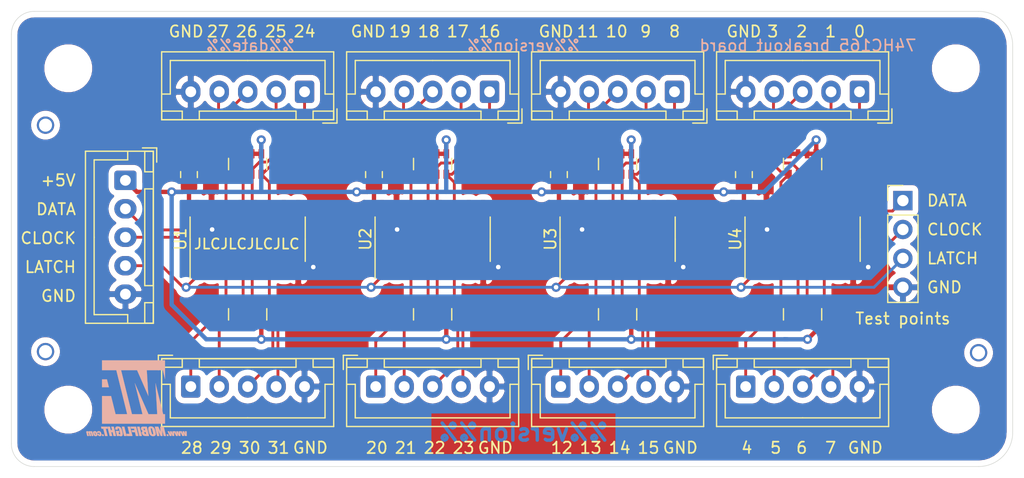
<source format=kicad_pcb>
(kicad_pcb (version 20171130) (host pcbnew "(5.1.10)-1")
  (title_block (date %%date%%) (rev %%version%%) (comment 2 neile@live.com) (comment 3 "Neil Enns") (comment 4 "74HC165 breakout board"))
  (layers (0 F.Cu signal hide) (31 B.Cu signal) (34 B.Paste user) (35 F.Paste user hide) (36 B.SilkS user) (37 F.SilkS user hide) (38 B.Mask user) (39 F.Mask user hide) (44 Edge.Cuts user))
  (net 0 "")
  (net 1 GND)
  (net 2 +5V)
  (net 3 /74HC165/A)
  (net 4 /74HC165/B)
  (net 5 /74HC165/C)
  (net 6 /74HC165/D)
  (net 7 /74HC165/H)
  (net 8 /74HC165/G)
  (net 9 /74HC165/F)
  (net 10 /74HC165/E)
  (net 11 /sheet61DDC16C/A)
  (net 12 /sheet61DDC16C/B)
  (net 13 /sheet61DDC16C/C)
  (net 14 /sheet61DDC16C/D)
  (net 15 /sheet61DDC16C/H)
  (net 16 /sheet61DDC16C/G)
  (net 17 /sheet61DDC16C/F)
  (net 18 /sheet61DDC16C/E)
  (net 19 /sheet61DDC3C2/A)
  (net 20 /sheet61DDC3C2/B)
  (net 21 /sheet61DDC3C2/C)
  (net 22 /sheet61DDC3C2/D)
  (net 23 /sheet61DDC3C2/H)
  (net 24 /sheet61DDC3C2/G)
  (net 25 /sheet61DDC3C2/F)
  (net 26 /sheet61DDC3C2/E)
  (net 27 /sheet61DDC5EC/A)
  (net 28 /sheet61DDC5EC/B)
  (net 29 /sheet61DDC5EC/C)
  (net 30 /sheet61DDC5EC/D)
  (net 31 /sheet61DDC5EC/E)
  (net 32 /sheet61DDC5EC/F)
  (net 33 /sheet61DDC5EC/G)
  (net 34 /sheet61DDC5EC/H)
  (net 35 "Net-(U1-Pad7)")
  (net 36 /74HC165/QH)
  (net 37 /sheet61DDC16C/QH)
  (net 38 "Net-(U2-Pad7)")
  (net 39 /sheet61DDC3C2/QH)
  (net 40 "Net-(U3-Pad7)")
  (net 41 "Net-(U4-Pad7)")
  (net 42 /74HC165/SER)
  (net 43 DATA)
  (net 44 CLOCK)
  (net 45 LATCH)
  (module 74HC165-breakout-board:MobiFlight_logo_BSilk (layer F.Cu) (at 50 89)
    (fp_text reference G*** hide)
    (fp_text value LOGO hide)
  )
  (module Connector_JST:JST_XH_B5B-XH-A_1x05_P2.50mm_Vertical (layer F.Cu) (at 113.534 62.066 180)
    (fp_text reference J8 hide)
    (fp_text value Conn_01x05)
    (pad 1 thru_hole roundrect (at 0 0 180) (size 1.7 1.95) (drill 0.95) (layers *.Cu *.Mask) (roundrect_rratio 0.147059) (net 27 /sheet61DDC5EC/A))
    (pad 2 thru_hole oval (at 2.5 0 180) (size 1.7 1.95) (drill 0.95) (layers *.Cu *.Mask) (net 28 /sheet61DDC5EC/B))
    (pad 3 thru_hole oval (at 5 0 180) (size 1.7 1.95) (drill 0.95) (layers *.Cu *.Mask) (net 29 /sheet61DDC5EC/C))
    (pad 4 thru_hole oval (at 7.5 0 180) (size 1.7 1.95) (drill 0.95) (layers *.Cu *.Mask) (net 30 /sheet61DDC5EC/D))
    (pad 5 thru_hole oval (at 10 0 180) (size 1.7 1.95) (drill 0.95) (layers *.Cu *.Mask) (net 1 GND))
  )
  (module Capacitor_SMD:C_0805_2012Metric (layer F.Cu) (at 103.378 69.342 90)
    (fp_text reference C4)
    (fp_text value 100nF)
    (pad 1 smd roundrect (at -0.95 0 90) (size 1 1.45) (layers F.Cu F.Paste F.Mask) (net 2 +5V))
    (pad 2 smd roundrect (at 0.95 0 90) (size 1 1.45) (layers F.Cu F.Paste F.Mask) (net 1 GND))
  )
  (module Connector_JST:JST_XH_B5B-XH-A_1x05_P2.50mm_Vertical (layer F.Cu) (at 103.534 87.974)
    (fp_text reference J9)
    (fp_text value Conn_01x05)
    (pad 5 thru_hole oval (at 10 0) (size 1.7 1.95) (drill 0.95) (layers *.Cu *.Mask) (net 1 GND))
    (pad 4 thru_hole oval (at 7.5 0) (size 1.7 1.95) (drill 0.95) (layers *.Cu *.Mask) (net 34 /sheet61DDC5EC/H))
    (pad 3 thru_hole oval (at 5 0) (size 1.7 1.95) (drill 0.95) (layers *.Cu *.Mask) (net 33 /sheet61DDC5EC/G))
    (pad 2 thru_hole oval (at 2.5 0) (size 1.7 1.95) (drill 0.95) (layers *.Cu *.Mask) (net 32 /sheet61DDC5EC/F))
    (pad 1 thru_hole roundrect (at 0 0) (size 1.7 1.95) (drill 0.95) (layers *.Cu *.Mask) (roundrect_rratio 0.147059) (net 31 /sheet61DDC5EC/E))
  )
  (module Connector_JST:JST_XH_B5B-XH-A_1x05_P2.50mm_Vertical (layer F.Cu) (at 97.278 62.066 180)
    (fp_text reference J6 hide)
    (fp_text value Conn_01x05)
    (pad 1 thru_hole roundrect (at 0 0 180) (size 1.7 1.95) (drill 0.95) (layers *.Cu *.Mask) (roundrect_rratio 0.147059) (net 19 /sheet61DDC3C2/A))
    (pad 2 thru_hole oval (at 2.5 0 180) (size 1.7 1.95) (drill 0.95) (layers *.Cu *.Mask) (net 20 /sheet61DDC3C2/B))
    (pad 3 thru_hole oval (at 5 0 180) (size 1.7 1.95) (drill 0.95) (layers *.Cu *.Mask) (net 21 /sheet61DDC3C2/C))
    (pad 4 thru_hole oval (at 7.5 0 180) (size 1.7 1.95) (drill 0.95) (layers *.Cu *.Mask) (net 22 /sheet61DDC3C2/D))
    (pad 5 thru_hole oval (at 10 0 180) (size 1.7 1.95) (drill 0.95) (layers *.Cu *.Mask) (net 1 GND))
  )
  (module Capacitor_SMD:C_0805_2012Metric (layer F.Cu) (at 87.122 69.342 90)
    (fp_text reference C3)
    (fp_text value 100nF)
    (pad 1 smd roundrect (at -0.95 0 90) (size 1 1.45) (layers F.Cu F.Paste F.Mask) (net 2 +5V))
    (pad 2 smd roundrect (at 0.95 0 90) (size 1 1.45) (layers F.Cu F.Paste F.Mask) (net 1 GND))
  )
  (module Connector_JST:JST_XH_B5B-XH-A_1x05_P2.50mm_Vertical (layer F.Cu) (at 87.278 87.974)
    (fp_text reference J7)
    (fp_text value Conn_01x05)
    (pad 5 thru_hole oval (at 10 0) (size 1.7 1.95) (drill 0.95) (layers *.Cu *.Mask) (net 1 GND))
    (pad 4 thru_hole oval (at 7.5 0) (size 1.7 1.95) (drill 0.95) (layers *.Cu *.Mask) (net 23 /sheet61DDC3C2/H))
    (pad 3 thru_hole oval (at 5 0) (size 1.7 1.95) (drill 0.95) (layers *.Cu *.Mask) (net 24 /sheet61DDC3C2/G))
    (pad 2 thru_hole oval (at 2.5 0) (size 1.7 1.95) (drill 0.95) (layers *.Cu *.Mask) (net 25 /sheet61DDC3C2/F))
    (pad 1 thru_hole roundrect (at 0 0) (size 1.7 1.95) (drill 0.95) (layers *.Cu *.Mask) (roundrect_rratio 0.147059) (net 26 /sheet61DDC3C2/E))
  )
  (module Connector_JST:JST_XH_B5B-XH-A_1x05_P2.50mm_Vertical (layer F.Cu) (at 64.766 62.066 180)
    (fp_text reference J2 hide)
    (fp_text value Conn_01x05)
    (pad 1 thru_hole roundrect (at 0 0 180) (size 1.7 1.95) (drill 0.95) (layers *.Cu *.Mask) (roundrect_rratio 0.147059) (net 3 /74HC165/A))
    (pad 2 thru_hole oval (at 2.5 0 180) (size 1.7 1.95) (drill 0.95) (layers *.Cu *.Mask) (net 4 /74HC165/B))
    (pad 3 thru_hole oval (at 5 0 180) (size 1.7 1.95) (drill 0.95) (layers *.Cu *.Mask) (net 5 /74HC165/C))
    (pad 4 thru_hole oval (at 7.5 0 180) (size 1.7 1.95) (drill 0.95) (layers *.Cu *.Mask) (net 6 /74HC165/D))
    (pad 5 thru_hole oval (at 10 0 180) (size 1.7 1.95) (drill 0.95) (layers *.Cu *.Mask) (net 1 GND))
  )
  (module Capacitor_SMD:C_0805_2012Metric (layer F.Cu) (at 54.61 69.342 90)
    (fp_text reference C1)
    (fp_text value 100nF)
    (pad 1 smd roundrect (at -0.95 0 90) (size 1 1.45) (layers F.Cu F.Paste F.Mask) (net 2 +5V))
    (pad 2 smd roundrect (at 0.95 0 90) (size 1 1.45) (layers F.Cu F.Paste F.Mask) (net 1 GND))
  )
  (module Connector_JST:JST_XH_B5B-XH-A_1x05_P2.50mm_Vertical (layer F.Cu) (at 54.766 87.974)
    (fp_text reference J3)
    (fp_text value Conn_01x05)
    (pad 5 thru_hole oval (at 10 0) (size 1.7 1.95) (drill 0.95) (layers *.Cu *.Mask) (net 1 GND))
    (pad 4 thru_hole oval (at 7.5 0) (size 1.7 1.95) (drill 0.95) (layers *.Cu *.Mask) (net 7 /74HC165/H))
    (pad 3 thru_hole oval (at 5 0) (size 1.7 1.95) (drill 0.95) (layers *.Cu *.Mask) (net 8 /74HC165/G))
    (pad 2 thru_hole oval (at 2.5 0) (size 1.7 1.95) (drill 0.95) (layers *.Cu *.Mask) (net 9 /74HC165/F))
    (pad 1 thru_hole roundrect (at 0 0) (size 1.7 1.95) (drill 0.95) (layers *.Cu *.Mask) (roundrect_rratio 0.147059) (net 10 /74HC165/E))
  )
  (module Connector_JST:JST_XH_B5B-XH-A_1x05_P2.50mm_Vertical (layer F.Cu) (at 81.022 62.066 180)
    (fp_text reference J4 hide)
    (fp_text value Conn_01x05)
    (pad 5 thru_hole oval (at 10 0 180) (size 1.7 1.95) (drill 0.95) (layers *.Cu *.Mask) (net 1 GND))
    (pad 4 thru_hole oval (at 7.5 0 180) (size 1.7 1.95) (drill 0.95) (layers *.Cu *.Mask) (net 14 /sheet61DDC16C/D))
    (pad 3 thru_hole oval (at 5 0 180) (size 1.7 1.95) (drill 0.95) (layers *.Cu *.Mask) (net 13 /sheet61DDC16C/C))
    (pad 2 thru_hole oval (at 2.5 0 180) (size 1.7 1.95) (drill 0.95) (layers *.Cu *.Mask) (net 12 /sheet61DDC16C/B))
    (pad 1 thru_hole roundrect (at 0 0 180) (size 1.7 1.95) (drill 0.95) (layers *.Cu *.Mask) (roundrect_rratio 0.147059) (net 11 /sheet61DDC16C/A))
  )
  (module Capacitor_SMD:C_0805_2012Metric (layer F.Cu) (at 70.866 69.342 90)
    (fp_text reference C2)
    (fp_text value 100nF)
    (pad 2 smd roundrect (at 0.95 0 90) (size 1 1.45) (layers F.Cu F.Paste F.Mask) (net 1 GND))
    (pad 1 smd roundrect (at -0.95 0 90) (size 1 1.45) (layers F.Cu F.Paste F.Mask) (net 2 +5V))
  )
  (module Connector_JST:JST_XH_B5B-XH-A_1x05_P2.50mm_Vertical (layer F.Cu) (at 71.022 87.974)
    (fp_text reference J5)
    (fp_text value Conn_01x05)
    (pad 1 thru_hole roundrect (at 0 0) (size 1.7 1.95) (drill 0.95) (layers *.Cu *.Mask) (roundrect_rratio 0.147059) (net 18 /sheet61DDC16C/E))
    (pad 2 thru_hole oval (at 2.5 0) (size 1.7 1.95) (drill 0.95) (layers *.Cu *.Mask) (net 17 /sheet61DDC16C/F))
    (pad 3 thru_hole oval (at 5 0) (size 1.7 1.95) (drill 0.95) (layers *.Cu *.Mask) (net 16 /sheet61DDC16C/G))
    (pad 4 thru_hole oval (at 7.5 0) (size 1.7 1.95) (drill 0.95) (layers *.Cu *.Mask) (net 15 /sheet61DDC16C/H))
    (pad 5 thru_hole oval (at 10 0) (size 1.7 1.95) (drill 0.95) (layers *.Cu *.Mask) (net 1 GND))
  )
  (module MountingHole:MountingHole_3.2mm_M3 (layer F.Cu) (at 44 60)
    (fp_text reference H1)
    (fp_text value MountingHole)
    (pad 1 np_thru_hole circle (at 0 0) (size 3.2 3.2) (drill 3.2) (layers *.Cu *.Mask))
  )
  (module MountingHole:MountingHole_3.2mm_M3 (layer F.Cu) (at 44 90)
    (fp_text reference H2)
    (fp_text value MountingHole)
    (pad 1 np_thru_hole circle (at 0 0) (size 3.2 3.2) (drill 3.2) (layers *.Cu *.Mask))
  )
  (module MountingHole:MountingHole_3.2mm_M3 (layer F.Cu) (at 122 60)
    (fp_text reference H3)
    (fp_text value MountingHole)
    (pad 1 np_thru_hole circle (at 0 0) (size 3.2 3.2) (drill 3.2) (layers *.Cu *.Mask))
  )
  (module MountingHole:MountingHole_3.2mm_M3 (layer F.Cu) (at 122 90)
    (fp_text reference H4)
    (fp_text value MountingHole)
    (pad 1 np_thru_hole circle (at 0 0) (size 3.2 3.2) (drill 3.2) (layers *.Cu *.Mask))
  )
  (module Connector_JST:JST_XH_B5B-XH-A_1x05_P2.50mm_Vertical (layer F.Cu) (at 49.022 69.85 270)
    (fp_text reference J1 hide)
    (fp_text value Conn_01x05)
    (pad 1 thru_hole roundrect (at 0 0 270) (size 1.7 1.95) (drill 0.95) (layers *.Cu *.Mask) (roundrect_rratio 0.147059) (net 2 +5V))
    (pad 2 thru_hole oval (at 2.5 0 270) (size 1.7 1.95) (drill 0.95) (layers *.Cu *.Mask) (net 43 DATA))
    (pad 3 thru_hole oval (at 5 0 270) (size 1.7 1.95) (drill 0.95) (layers *.Cu *.Mask) (net 44 CLOCK))
    (pad 4 thru_hole oval (at 7.5 0 270) (size 1.7 1.95) (drill 0.95) (layers *.Cu *.Mask) (net 45 LATCH))
    (pad 5 thru_hole oval (at 10 0 270) (size 1.7 1.95) (drill 0.95) (layers *.Cu *.Mask) (net 1 GND))
  )
  (module Package_SO:SOIC-16_3.9x9.9mm_P1.27mm (layer F.Cu) (at 59.766 75.02 90)
    (fp_text reference U1 (at 0 -5.9 90) (layer F.SilkS))
    (fp_text value 74HC165)
    (pad 16 smd roundrect (at 2.475 -4.445 90) (size 1.95 0.6) (layers F.Cu F.Paste F.Mask) (net 2 +5V))
    (pad 15 smd roundrect (at 2.475 -3.175 90) (size 1.95 0.6) (layers F.Cu F.Paste F.Mask) (net 1 GND))
    (pad 14 smd roundrect (at 2.475 -1.905 90) (size 1.95 0.6) (layers F.Cu F.Paste F.Mask) (net 6 /74HC165/D))
    (pad 13 smd roundrect (at 2.475 -0.635 90) (size 1.95 0.6) (layers F.Cu F.Paste F.Mask) (net 5 /74HC165/C))
    (pad 12 smd roundrect (at 2.475 0.635 90) (size 1.95 0.6) (layers F.Cu F.Paste F.Mask) (net 4 /74HC165/B))
    (pad 11 smd roundrect (at 2.475 1.905 90) (size 1.95 0.6) (layers F.Cu F.Paste F.Mask) (net 3 /74HC165/A))
    (pad 10 smd roundrect (at 2.475 3.175 90) (size 1.95 0.6) (layers F.Cu F.Paste F.Mask) (net 42 /74HC165/SER))
    (pad 9 smd roundrect (at 2.475 4.445 90) (size 1.95 0.6) (layers F.Cu F.Paste F.Mask) (net 36 /74HC165/QH))
    (pad 8 smd roundrect (at -2.475 4.445 90) (size 1.95 0.6) (layers F.Cu F.Paste F.Mask) (net 1 GND))
    (pad 7 smd roundrect (at -2.475 3.175 90) (size 1.95 0.6) (layers F.Cu F.Paste F.Mask) (net 35 "Net-(U1-Pad7)"))
    (pad 6 smd roundrect (at -2.475 1.905 90) (size 1.95 0.6) (layers F.Cu F.Paste F.Mask) (net 7 /74HC165/H))
    (pad 5 smd roundrect (at -2.475 0.635 90) (size 1.95 0.6) (layers F.Cu F.Paste F.Mask) (net 8 /74HC165/G))
    (pad 4 smd roundrect (at -2.475 -0.635 90) (size 1.95 0.6) (layers F.Cu F.Paste F.Mask) (net 9 /74HC165/F))
    (pad 3 smd roundrect (at -2.475 -1.905 90) (size 1.95 0.6) (layers F.Cu F.Paste F.Mask) (net 10 /74HC165/E))
    (pad 2 smd roundrect (at -2.475 -3.175 90) (size 1.95 0.6) (layers F.Cu F.Paste F.Mask) (net 44 CLOCK))
    (pad 1 smd roundrect (at -2.475 -4.445 90) (size 1.95 0.6) (layers F.Cu F.Paste F.Mask) (net 45 LATCH))
  )
  (module Package_SO:SOIC-16_3.9x9.9mm_P1.27mm (layer F.Cu) (at 76.022 75.02 90)
    (fp_text reference U2 (at 0 -5.9 90) (layer F.SilkS))
    (fp_text value 74HC165)
    (pad 16 smd roundrect (at 2.475 -4.445 90) (size 1.95 0.6) (layers F.Cu F.Paste F.Mask) (net 2 +5V))
    (pad 15 smd roundrect (at 2.475 -3.175 90) (size 1.95 0.6) (layers F.Cu F.Paste F.Mask) (net 1 GND))
    (pad 14 smd roundrect (at 2.475 -1.905 90) (size 1.95 0.6) (layers F.Cu F.Paste F.Mask) (net 14 /sheet61DDC16C/D))
    (pad 13 smd roundrect (at 2.475 -0.635 90) (size 1.95 0.6) (layers F.Cu F.Paste F.Mask) (net 13 /sheet61DDC16C/C))
    (pad 12 smd roundrect (at 2.475 0.635 90) (size 1.95 0.6) (layers F.Cu F.Paste F.Mask) (net 12 /sheet61DDC16C/B))
    (pad 11 smd roundrect (at 2.475 1.905 90) (size 1.95 0.6) (layers F.Cu F.Paste F.Mask) (net 11 /sheet61DDC16C/A))
    (pad 10 smd roundrect (at 2.475 3.175 90) (size 1.95 0.6) (layers F.Cu F.Paste F.Mask) (net 36 /74HC165/QH))
    (pad 9 smd roundrect (at 2.475 4.445 90) (size 1.95 0.6) (layers F.Cu F.Paste F.Mask) (net 37 /sheet61DDC16C/QH))
    (pad 8 smd roundrect (at -2.475 4.445 90) (size 1.95 0.6) (layers F.Cu F.Paste F.Mask) (net 1 GND))
    (pad 7 smd roundrect (at -2.475 3.175 90) (size 1.95 0.6) (layers F.Cu F.Paste F.Mask) (net 38 "Net-(U2-Pad7)"))
    (pad 6 smd roundrect (at -2.475 1.905 90) (size 1.95 0.6) (layers F.Cu F.Paste F.Mask) (net 15 /sheet61DDC16C/H))
    (pad 5 smd roundrect (at -2.475 0.635 90) (size 1.95 0.6) (layers F.Cu F.Paste F.Mask) (net 16 /sheet61DDC16C/G))
    (pad 4 smd roundrect (at -2.475 -0.635 90) (size 1.95 0.6) (layers F.Cu F.Paste F.Mask) (net 17 /sheet61DDC16C/F))
    (pad 3 smd roundrect (at -2.475 -1.905 90) (size 1.95 0.6) (layers F.Cu F.Paste F.Mask) (net 18 /sheet61DDC16C/E))
    (pad 2 smd roundrect (at -2.475 -3.175 90) (size 1.95 0.6) (layers F.Cu F.Paste F.Mask) (net 44 CLOCK))
    (pad 1 smd roundrect (at -2.475 -4.445 90) (size 1.95 0.6) (layers F.Cu F.Paste F.Mask) (net 45 LATCH))
  )
  (module Package_SO:SOIC-16_3.9x9.9mm_P1.27mm (layer F.Cu) (at 92.278 75.02 90)
    (fp_text reference U3 (at 0 -5.9 90) (layer F.SilkS))
    (fp_text value 74HC165)
    (pad 1 smd roundrect (at -2.475 -4.445 90) (size 1.95 0.6) (layers F.Cu F.Paste F.Mask) (net 45 LATCH))
    (pad 2 smd roundrect (at -2.475 -3.175 90) (size 1.95 0.6) (layers F.Cu F.Paste F.Mask) (net 44 CLOCK))
    (pad 3 smd roundrect (at -2.475 -1.905 90) (size 1.95 0.6) (layers F.Cu F.Paste F.Mask) (net 26 /sheet61DDC3C2/E))
    (pad 4 smd roundrect (at -2.475 -0.635 90) (size 1.95 0.6) (layers F.Cu F.Paste F.Mask) (net 25 /sheet61DDC3C2/F))
    (pad 5 smd roundrect (at -2.475 0.635 90) (size 1.95 0.6) (layers F.Cu F.Paste F.Mask) (net 24 /sheet61DDC3C2/G))
    (pad 6 smd roundrect (at -2.475 1.905 90) (size 1.95 0.6) (layers F.Cu F.Paste F.Mask) (net 23 /sheet61DDC3C2/H))
    (pad 7 smd roundrect (at -2.475 3.175 90) (size 1.95 0.6) (layers F.Cu F.Paste F.Mask) (net 40 "Net-(U3-Pad7)"))
    (pad 8 smd roundrect (at -2.475 4.445 90) (size 1.95 0.6) (layers F.Cu F.Paste F.Mask) (net 1 GND))
    (pad 9 smd roundrect (at 2.475 4.445 90) (size 1.95 0.6) (layers F.Cu F.Paste F.Mask) (net 39 /sheet61DDC3C2/QH))
    (pad 10 smd roundrect (at 2.475 3.175 90) (size 1.95 0.6) (layers F.Cu F.Paste F.Mask) (net 37 /sheet61DDC16C/QH))
    (pad 11 smd roundrect (at 2.475 1.905 90) (size 1.95 0.6) (layers F.Cu F.Paste F.Mask) (net 19 /sheet61DDC3C2/A))
    (pad 12 smd roundrect (at 2.475 0.635 90) (size 1.95 0.6) (layers F.Cu F.Paste F.Mask) (net 20 /sheet61DDC3C2/B))
    (pad 13 smd roundrect (at 2.475 -0.635 90) (size 1.95 0.6) (layers F.Cu F.Paste F.Mask) (net 21 /sheet61DDC3C2/C))
    (pad 14 smd roundrect (at 2.475 -1.905 90) (size 1.95 0.6) (layers F.Cu F.Paste F.Mask) (net 22 /sheet61DDC3C2/D))
    (pad 15 smd roundrect (at 2.475 -3.175 90) (size 1.95 0.6) (layers F.Cu F.Paste F.Mask) (net 1 GND))
    (pad 16 smd roundrect (at 2.475 -4.445 90) (size 1.95 0.6) (layers F.Cu F.Paste F.Mask) (net 2 +5V))
  )
  (module Package_SO:SOIC-16_3.9x9.9mm_P1.27mm (layer F.Cu) (at 108.534 75.02 90)
    (fp_text reference U4 (at 0 -5.9 90) (layer F.SilkS))
    (fp_text value 74HC165)
    (pad 1 smd roundrect (at -2.475 -4.445 90) (size 1.95 0.6) (layers F.Cu F.Paste F.Mask) (net 45 LATCH))
    (pad 2 smd roundrect (at -2.475 -3.175 90) (size 1.95 0.6) (layers F.Cu F.Paste F.Mask) (net 44 CLOCK))
    (pad 3 smd roundrect (at -2.475 -1.905 90) (size 1.95 0.6) (layers F.Cu F.Paste F.Mask) (net 31 /sheet61DDC5EC/E))
    (pad 4 smd roundrect (at -2.475 -0.635 90) (size 1.95 0.6) (layers F.Cu F.Paste F.Mask) (net 32 /sheet61DDC5EC/F))
    (pad 5 smd roundrect (at -2.475 0.635 90) (size 1.95 0.6) (layers F.Cu F.Paste F.Mask) (net 33 /sheet61DDC5EC/G))
    (pad 6 smd roundrect (at -2.475 1.905 90) (size 1.95 0.6) (layers F.Cu F.Paste F.Mask) (net 34 /sheet61DDC5EC/H))
    (pad 7 smd roundrect (at -2.475 3.175 90) (size 1.95 0.6) (layers F.Cu F.Paste F.Mask) (net 41 "Net-(U4-Pad7)"))
    (pad 8 smd roundrect (at -2.475 4.445 90) (size 1.95 0.6) (layers F.Cu F.Paste F.Mask) (net 1 GND))
    (pad 9 smd roundrect (at 2.475 4.445 90) (size 1.95 0.6) (layers F.Cu F.Paste F.Mask) (net 43 DATA))
    (pad 10 smd roundrect (at 2.475 3.175 90) (size 1.95 0.6) (layers F.Cu F.Paste F.Mask) (net 39 /sheet61DDC3C2/QH))
    (pad 11 smd roundrect (at 2.475 1.905 90) (size 1.95 0.6) (layers F.Cu F.Paste F.Mask) (net 27 /sheet61DDC5EC/A))
    (pad 12 smd roundrect (at 2.475 0.635 90) (size 1.95 0.6) (layers F.Cu F.Paste F.Mask) (net 28 /sheet61DDC5EC/B))
    (pad 13 smd roundrect (at 2.475 -0.635 90) (size 1.95 0.6) (layers F.Cu F.Paste F.Mask) (net 29 /sheet61DDC5EC/C))
    (pad 14 smd roundrect (at 2.475 -1.905 90) (size 1.95 0.6) (layers F.Cu F.Paste F.Mask) (net 30 /sheet61DDC5EC/D))
    (pad 15 smd roundrect (at 2.475 -3.175 90) (size 1.95 0.6) (layers F.Cu F.Paste F.Mask) (net 1 GND))
    (pad 16 smd roundrect (at 2.475 -4.445 90) (size 1.95 0.6) (layers F.Cu F.Paste F.Mask) (net 2 +5V))
  )
  (module Resistor_SMD:R_Array_Convex_4x0603 (layer F.Cu) (at 59.766 68.416 270)
    (fp_text reference RN1)
    (fp_text value R_Pack04)
    (pad 1 smd rect (at -0.9 -1.2 270) (size 0.8 0.5) (layers F.Cu F.Paste F.Mask) (net 2 +5V))
    (pad 3 smd rect (at -0.9 0.4 270) (size 0.8 0.4) (layers F.Cu F.Paste F.Mask) (net 2 +5V))
    (pad 2 smd rect (at -0.9 -0.4 270) (size 0.8 0.4) (layers F.Cu F.Paste F.Mask) (net 2 +5V))
    (pad 4 smd rect (at -0.9 1.2 270) (size 0.8 0.5) (layers F.Cu F.Paste F.Mask) (net 2 +5V))
    (pad 7 smd rect (at 0.9 -0.4 270) (size 0.8 0.4) (layers F.Cu F.Paste F.Mask) (net 4 /74HC165/B))
    (pad 8 smd rect (at 0.9 -1.2 270) (size 0.8 0.5) (layers F.Cu F.Paste F.Mask) (net 3 /74HC165/A))
    (pad 6 smd rect (at 0.9 0.4 270) (size 0.8 0.4) (layers F.Cu F.Paste F.Mask) (net 5 /74HC165/C))
    (pad 5 smd rect (at 0.9 1.2 270) (size 0.8 0.5) (layers F.Cu F.Paste F.Mask) (net 6 /74HC165/D))
  )
  (module Resistor_SMD:R_Array_Convex_4x0603 (layer F.Cu) (at 59.766 81.624 90)
    (fp_text reference RN2)
    (fp_text value R_Pack04)
    (pad 5 smd rect (at 0.9 1.2 90) (size 0.8 0.5) (layers F.Cu F.Paste F.Mask) (net 7 /74HC165/H))
    (pad 6 smd rect (at 0.9 0.4 90) (size 0.8 0.4) (layers F.Cu F.Paste F.Mask) (net 8 /74HC165/G))
    (pad 8 smd rect (at 0.9 -1.2 90) (size 0.8 0.5) (layers F.Cu F.Paste F.Mask) (net 10 /74HC165/E))
    (pad 7 smd rect (at 0.9 -0.4 90) (size 0.8 0.4) (layers F.Cu F.Paste F.Mask) (net 9 /74HC165/F))
    (pad 4 smd rect (at -0.9 1.2 90) (size 0.8 0.5) (layers F.Cu F.Paste F.Mask) (net 2 +5V))
    (pad 2 smd rect (at -0.9 -0.4 90) (size 0.8 0.4) (layers F.Cu F.Paste F.Mask) (net 2 +5V))
    (pad 3 smd rect (at -0.9 0.4 90) (size 0.8 0.4) (layers F.Cu F.Paste F.Mask) (net 2 +5V))
    (pad 1 smd rect (at -0.9 -1.2 90) (size 0.8 0.5) (layers F.Cu F.Paste F.Mask) (net 2 +5V))
  )
  (module Resistor_SMD:R_Array_Convex_4x0603 (layer F.Cu) (at 76.022 68.416 270)
    (fp_text reference RN3)
    (fp_text value R_Pack04)
    (pad 5 smd rect (at 0.9 1.2 270) (size 0.8 0.5) (layers F.Cu F.Paste F.Mask) (net 14 /sheet61DDC16C/D))
    (pad 6 smd rect (at 0.9 0.4 270) (size 0.8 0.4) (layers F.Cu F.Paste F.Mask) (net 13 /sheet61DDC16C/C))
    (pad 8 smd rect (at 0.9 -1.2 270) (size 0.8 0.5) (layers F.Cu F.Paste F.Mask) (net 11 /sheet61DDC16C/A))
    (pad 7 smd rect (at 0.9 -0.4 270) (size 0.8 0.4) (layers F.Cu F.Paste F.Mask) (net 12 /sheet61DDC16C/B))
    (pad 4 smd rect (at -0.9 1.2 270) (size 0.8 0.5) (layers F.Cu F.Paste F.Mask) (net 2 +5V))
    (pad 2 smd rect (at -0.9 -0.4 270) (size 0.8 0.4) (layers F.Cu F.Paste F.Mask) (net 2 +5V))
    (pad 3 smd rect (at -0.9 0.4 270) (size 0.8 0.4) (layers F.Cu F.Paste F.Mask) (net 2 +5V))
    (pad 1 smd rect (at -0.9 -1.2 270) (size 0.8 0.5) (layers F.Cu F.Paste F.Mask) (net 2 +5V))
  )
  (module Resistor_SMD:R_Array_Convex_4x0603 (layer F.Cu) (at 76.022 81.624 90)
    (fp_text reference RN4)
    (fp_text value R_Pack04)
    (pad 1 smd rect (at -0.9 -1.2 90) (size 0.8 0.5) (layers F.Cu F.Paste F.Mask) (net 2 +5V))
    (pad 3 smd rect (at -0.9 0.4 90) (size 0.8 0.4) (layers F.Cu F.Paste F.Mask) (net 2 +5V))
    (pad 2 smd rect (at -0.9 -0.4 90) (size 0.8 0.4) (layers F.Cu F.Paste F.Mask) (net 2 +5V))
    (pad 4 smd rect (at -0.9 1.2 90) (size 0.8 0.5) (layers F.Cu F.Paste F.Mask) (net 2 +5V))
    (pad 7 smd rect (at 0.9 -0.4 90) (size 0.8 0.4) (layers F.Cu F.Paste F.Mask) (net 17 /sheet61DDC16C/F))
    (pad 8 smd rect (at 0.9 -1.2 90) (size 0.8 0.5) (layers F.Cu F.Paste F.Mask) (net 18 /sheet61DDC16C/E))
    (pad 6 smd rect (at 0.9 0.4 90) (size 0.8 0.4) (layers F.Cu F.Paste F.Mask) (net 16 /sheet61DDC16C/G))
    (pad 5 smd rect (at 0.9 1.2 90) (size 0.8 0.5) (layers F.Cu F.Paste F.Mask) (net 15 /sheet61DDC16C/H))
  )
  (module Resistor_SMD:R_Array_Convex_4x0603 (layer F.Cu) (at 92.278 68.416 270)
    (fp_text reference RN5)
    (fp_text value R_Pack04)
    (pad 5 smd rect (at 0.9 1.2 270) (size 0.8 0.5) (layers F.Cu F.Paste F.Mask) (net 22 /sheet61DDC3C2/D))
    (pad 6 smd rect (at 0.9 0.4 270) (size 0.8 0.4) (layers F.Cu F.Paste F.Mask) (net 21 /sheet61DDC3C2/C))
    (pad 8 smd rect (at 0.9 -1.2 270) (size 0.8 0.5) (layers F.Cu F.Paste F.Mask) (net 19 /sheet61DDC3C2/A))
    (pad 7 smd rect (at 0.9 -0.4 270) (size 0.8 0.4) (layers F.Cu F.Paste F.Mask) (net 20 /sheet61DDC3C2/B))
    (pad 4 smd rect (at -0.9 1.2 270) (size 0.8 0.5) (layers F.Cu F.Paste F.Mask) (net 2 +5V))
    (pad 2 smd rect (at -0.9 -0.4 270) (size 0.8 0.4) (layers F.Cu F.Paste F.Mask) (net 2 +5V))
    (pad 3 smd rect (at -0.9 0.4 270) (size 0.8 0.4) (layers F.Cu F.Paste F.Mask) (net 2 +5V))
    (pad 1 smd rect (at -0.9 -1.2 270) (size 0.8 0.5) (layers F.Cu F.Paste F.Mask) (net 2 +5V))
  )
  (module Resistor_SMD:R_Array_Convex_4x0603 (layer F.Cu) (at 92.278 81.624 90)
    (fp_text reference RN6)
    (fp_text value R_Pack04)
    (pad 1 smd rect (at -0.9 -1.2 90) (size 0.8 0.5) (layers F.Cu F.Paste F.Mask) (net 2 +5V))
    (pad 3 smd rect (at -0.9 0.4 90) (size 0.8 0.4) (layers F.Cu F.Paste F.Mask) (net 2 +5V))
    (pad 2 smd rect (at -0.9 -0.4 90) (size 0.8 0.4) (layers F.Cu F.Paste F.Mask) (net 2 +5V))
    (pad 4 smd rect (at -0.9 1.2 90) (size 0.8 0.5) (layers F.Cu F.Paste F.Mask) (net 2 +5V))
    (pad 7 smd rect (at 0.9 -0.4 90) (size 0.8 0.4) (layers F.Cu F.Paste F.Mask) (net 25 /sheet61DDC3C2/F))
    (pad 8 smd rect (at 0.9 -1.2 90) (size 0.8 0.5) (layers F.Cu F.Paste F.Mask) (net 26 /sheet61DDC3C2/E))
    (pad 6 smd rect (at 0.9 0.4 90) (size 0.8 0.4) (layers F.Cu F.Paste F.Mask) (net 24 /sheet61DDC3C2/G))
    (pad 5 smd rect (at 0.9 1.2 90) (size 0.8 0.5) (layers F.Cu F.Paste F.Mask) (net 23 /sheet61DDC3C2/H))
  )
  (module Resistor_SMD:R_Array_Convex_4x0603 (layer F.Cu) (at 108.534 68.416 270)
    (fp_text reference RN7)
    (fp_text value R_Pack04)
    (pad 5 smd rect (at 0.9 1.2 270) (size 0.8 0.5) (layers F.Cu F.Paste F.Mask) (net 30 /sheet61DDC5EC/D))
    (pad 6 smd rect (at 0.9 0.4 270) (size 0.8 0.4) (layers F.Cu F.Paste F.Mask) (net 29 /sheet61DDC5EC/C))
    (pad 8 smd rect (at 0.9 -1.2 270) (size 0.8 0.5) (layers F.Cu F.Paste F.Mask) (net 27 /sheet61DDC5EC/A))
    (pad 7 smd rect (at 0.9 -0.4 270) (size 0.8 0.4) (layers F.Cu F.Paste F.Mask) (net 28 /sheet61DDC5EC/B))
    (pad 4 smd rect (at -0.9 1.2 270) (size 0.8 0.5) (layers F.Cu F.Paste F.Mask) (net 2 +5V))
    (pad 2 smd rect (at -0.9 -0.4 270) (size 0.8 0.4) (layers F.Cu F.Paste F.Mask) (net 2 +5V))
    (pad 3 smd rect (at -0.9 0.4 270) (size 0.8 0.4) (layers F.Cu F.Paste F.Mask) (net 2 +5V))
    (pad 1 smd rect (at -0.9 -1.2 270) (size 0.8 0.5) (layers F.Cu F.Paste F.Mask) (net 2 +5V))
  )
  (module Resistor_SMD:R_Array_Convex_4x0603 (layer F.Cu) (at 108.534 81.624 90)
    (fp_text reference RN8)
    (fp_text value R_Pack04)
    (pad 1 smd rect (at -0.9 -1.2 90) (size 0.8 0.5) (layers F.Cu F.Paste F.Mask) (net 2 +5V))
    (pad 3 smd rect (at -0.9 0.4 90) (size 0.8 0.4) (layers F.Cu F.Paste F.Mask) (net 2 +5V))
    (pad 2 smd rect (at -0.9 -0.4 90) (size 0.8 0.4) (layers F.Cu F.Paste F.Mask) (net 2 +5V))
    (pad 4 smd rect (at -0.9 1.2 90) (size 0.8 0.5) (layers F.Cu F.Paste F.Mask) (net 2 +5V))
    (pad 7 smd rect (at 0.9 -0.4 90) (size 0.8 0.4) (layers F.Cu F.Paste F.Mask) (net 32 /sheet61DDC5EC/F))
    (pad 8 smd rect (at 0.9 -1.2 90) (size 0.8 0.5) (layers F.Cu F.Paste F.Mask) (net 31 /sheet61DDC5EC/E))
    (pad 6 smd rect (at 0.9 0.4 90) (size 0.8 0.4) (layers F.Cu F.Paste F.Mask) (net 33 /sheet61DDC5EC/G))
    (pad 5 smd rect (at 0.9 1.2 90) (size 0.8 0.5) (layers F.Cu F.Paste F.Mask) (net 34 /sheet61DDC5EC/H))
  )
  (module 74HC165-breakout-board:JLCPCB_Tooling_Hole (layer F.Cu) (at 42 65.1)
    (fp_text reference H5 hide)
    (fp_text value MountingHole)
    (pad "" np_thru_hole circle (at 0 -0.1) (size 1.524 1.524) (drill 1.152) (layers *.Cu *.Mask))
  )
  (module 74HC165-breakout-board:JLCPCB_Tooling_Hole (layer F.Cu) (at 42 85)
    (fp_text reference H6 hide)
    (fp_text value MountingHole)
    (pad "" np_thru_hole circle (at 0 -0.1) (size 1.524 1.524) (drill 1.152) (layers *.Cu *.Mask))
  )
  (module 74HC165-breakout-board:JLCPCB_Tooling_Hole (layer F.Cu) (at 124 85.1)
    (fp_text reference H7)
    (fp_text value MountingHole)
    (pad "" np_thru_hole circle (at 0 -0.1) (size 1.524 1.524) (drill 1.152) (layers *.Cu *.Mask))
  )
  (module Connector_PinHeader_2.54mm:PinHeader_1x04_P2.54mm_Vertical (layer F.Cu) (at 117.348 71.628)
    (fp_text reference J10 hide)
    (fp_text value Conn_01x04)
    (pad 1 thru_hole rect (at 0 0) (size 1.7 1.7) (drill 1) (layers *.Cu *.Mask) (net 43 DATA))
    (pad 2 thru_hole oval (at 0 2.54) (size 1.7 1.7) (drill 1) (layers *.Cu *.Mask) (net 44 CLOCK))
    (pad 3 thru_hole oval (at 0 5.08) (size 1.7 1.7) (drill 1) (layers *.Cu *.Mask) (net 45 LATCH))
    (pad 4 thru_hole oval (at 0 7.62) (size 1.7 1.7) (drill 1) (layers *.Cu *.Mask) (net 1 GND))
  )
  (gr_text %%version%% (at 84 92) (layer B.Cu) (effects (font (size 1.5 1.5) (thickness 0.3)) (justify mirror)))
  (gr_text %%date%% (at 60 58) (layer B.SilkS) (effects (font (size 1 1)) (justify mirror)))
  (gr_text %%version%% (at 84 58) (layer B.SilkS) (effects (font (size 1 1)) (justify mirror)))
  (gr_text "74HC165 breakout board" (at 109 58) (layer B.SilkS) (effects (font (size 1 1)) (justify mirror)))
  (gr_text GND (at 119.38 79.248) (layer F.SilkS) (effects (font (size 1 1)) (justify left)))
  (gr_text LATCH (at 119.38 76.708) (layer F.SilkS) (effects (font (size 1 1)) (justify left)))
  (gr_text CLOCK (at 119.38 74.168) (layer F.SilkS) (effects (font (size 1 1)) (justify left)))
  (gr_text DATA (at 119.38 71.628) (layer F.SilkS) (effects (font (size 1 1)) (justify left)))
  (gr_text "Test points" (at 117.348 82) (layer F.SilkS) (effects (font (size 1 1))))
  (gr_text JLCJLCJLCJLC (at 59.69 75.438) (layer F.SilkS) (effects (font (size 0.9 0.9))))
  (gr_text GND (at 114.046 93.346) (layer F.SilkS) (effects (font (size 1 1))))
  (gr_text GND (at 97.79 93.346) (layer F.SilkS) (effects (font (size 1 1))))
  (gr_text GND (at 81.534 93.346) (layer F.SilkS) (effects (font (size 1 1))))
  (gr_text GND (at 65.278 93.346) (layer F.SilkS) (effects (font (size 1 1))))
  (gr_text GND (at 103.378 56.77) (layer F.SilkS) (effects (font (size 1 1))))
  (gr_text GND (at 86.868 56.77) (layer F.SilkS) (effects (font (size 1 1))))
  (gr_text GND (at 70.358 56.77) (layer F.SilkS) (effects (font (size 1 1))))
  (gr_text GND (at 54.356 56.77) (layer F.SilkS) (effects (font (size 1 1))))
  (gr_line (start 41 95) (end 124 95) (layer Edge.Cuts) (width 0.05))
  (gr_line (start 41 55) (end 124 55) (layer Edge.Cuts) (width 0.05))
  (gr_line (start 39 93) (end 39 57) (layer Edge.Cuts) (width 0.05))
  (gr_line (start 127 58) (end 127 92) (layer Edge.Cuts) (width 0.05))
  (gr_text DATA (at 42.926 72.39) (layer F.SilkS) (effects (font (size 1 1))))
  (gr_text GND (at 43.140285 80.01) (layer F.SilkS) (effects (font (size 1 1))))
  (gr_text LATCH (at 42.426 77.47) (layer F.SilkS) (effects (font (size 1 1))))
  (gr_text CLOCK (at 42.235523 74.93) (layer F.SilkS) (effects (font (size 1 1))))
  (gr_text +5V (at 44.739095 69.85) (layer F.SilkS) (effects (font (size 1 1)) (justify right)))
  (gr_text 31 (at 62.484 93.36) (layer F.SilkS) (effects (font (size 1 1))))
  (gr_text 30 (at 59.944 93.36) (layer F.SilkS) (effects (font (size 1 1))))
  (gr_text 29 (at 57.404 93.36) (layer F.SilkS) (effects (font (size 1 1))))
  (gr_text 28 (at 54.864 93.36) (layer F.SilkS) (effects (font (size 1 1))))
  (gr_text 27 (at 57.15 56.77) (layer F.SilkS) (effects (font (size 1 1))))
  (gr_text 26 (at 59.69 56.77) (layer F.SilkS) (effects (font (size 1 1))))
  (gr_text 25 (at 62.23 56.77) (layer F.SilkS) (effects (font (size 1 1))))
  (gr_text 24 (at 64.77 56.77) (layer F.SilkS) (effects (font (size 1 1))))
  (gr_text 23 (at 78.74 93.36) (layer F.SilkS) (effects (font (size 1 1))))
  (gr_text 22 (at 76.2 93.36) (layer F.SilkS) (effects (font (size 1 1))))
  (gr_text 21 (at 73.66 93.36) (layer F.SilkS) (effects (font (size 1 1))))
  (gr_text 20 (at 71.12 93.36) (layer F.SilkS) (effects (font (size 1 1))))
  (gr_text 19 (at 73.152 56.77) (layer F.SilkS) (effects (font (size 1 1))))
  (gr_text 18 (at 75.692 56.77) (layer F.SilkS) (effects (font (size 1 1))))
  (gr_text 17 (at 78.232 56.77) (layer F.SilkS) (effects (font (size 1 1))))
  (gr_text 16 (at 81.026 56.77) (layer F.SilkS) (effects (font (size 1 1))))
  (gr_text 15 (at 94.996 93.36) (layer F.SilkS) (effects (font (size 1 1))))
  (gr_text 14 (at 92.456 93.36) (layer F.SilkS) (effects (font (size 1 1))))
  (gr_text 13 (at 89.916 93.36) (layer F.SilkS) (effects (font (size 1 1))))
  (gr_text 12 (at 87.376 93.36) (layer F.SilkS) (effects (font (size 1 1))))
  (gr_text 11 (at 89.662 56.77) (layer F.SilkS) (effects (font (size 1 1))))
  (gr_text 10 (at 92.202 56.77) (layer F.SilkS) (effects (font (size 1 1))))
  (gr_text 9 (at 94.742 56.77) (layer F.SilkS) (effects (font (size 1 1))))
  (gr_text 8 (at 97.282 56.77) (layer F.SilkS) (effects (font (size 1 1))))
  (gr_text 7 (at 110.998 93.36) (layer F.SilkS) (effects (font (size 1 1))))
  (gr_text 6 (at 108.458 93.36) (layer F.SilkS) (effects (font (size 1 1))))
  (gr_text 5 (at 106.172 93.36) (layer F.SilkS) (effects (font (size 1 1))))
  (gr_text 4 (at 103.632 93.36) (layer F.SilkS) (effects (font (size 1 1))))
  (gr_text 3 (at 105.918 56.77) (layer F.SilkS) (effects (font (size 1 1))))
  (gr_text 2 (at 108.458 56.77) (layer F.SilkS) (effects (font (size 1 1))))
  (gr_text 1 (at 110.998 56.77) (layer F.SilkS) (effects (font (size 1 1))))
  (gr_text 0 (at 113.538 56.77) (layer F.SilkS) (effects (font (size 1 1))))
  (gr_arc (start 124 58) (end 127 58) (angle -90) (layer Edge.Cuts) (width 0.05))
  (gr_arc (start 124 92) (end 124 95) (angle -90) (layer Edge.Cuts) (width 0.05))
  (gr_arc (start 41 93) (end 39 93) (angle -90) (layer Edge.Cuts) (width 0.05))
  (gr_arc (start 41 57) (end 41 55) (angle -90) (layer Edge.Cuts) (width 0.05))
  (via (at 72.898 74.168) (size 0.8) (drill 0.4) (layers F.Cu B.Cu) (net 1))
  (segment (start 72.847 74.117) (end 72.898 74.168) (width 0.381) (layer F.Cu) (net 1))
  (segment (start 72.847 72.545) (end 72.847 74.117) (width 0.381) (layer F.Cu) (net 1))
  (via (at 56.642 74.168) (size 0.8) (drill 0.4) (layers F.Cu B.Cu) (net 1))
  (segment (start 56.591 74.117) (end 56.642 74.168) (width 0.381) (layer F.Cu) (net 1))
  (segment (start 56.591 72.545) (end 56.591 74.117) (width 0.381) (layer F.Cu) (net 1))
  (via (at 89.154 74.168) (size 0.8) (drill 0.4) (layers F.Cu B.Cu) (net 1))
  (segment (start 89.103 74.117) (end 89.154 74.168) (width 0.381) (layer F.Cu) (net 1))
  (segment (start 89.103 72.545) (end 89.103 74.117) (width 0.381) (layer F.Cu) (net 1))
  (via (at 105.41 74.168) (size 0.8) (drill 0.4) (layers F.Cu B.Cu) (net 1))
  (segment (start 105.359 74.117) (end 105.41 74.168) (width 0.381) (layer F.Cu) (net 1))
  (segment (start 105.359 72.545) (end 105.359 74.117) (width 0.381) (layer F.Cu) (net 1))
  (via (at 81.788 77.47) (size 0.8) (drill 0.4) (layers F.Cu B.Cu) (net 1))
  (segment (start 81.763 77.495) (end 81.788 77.47) (width 0.25) (layer F.Cu) (net 1))
  (segment (start 80.467 77.495) (end 81.763 77.495) (width 0.25) (layer F.Cu) (net 1))
  (via (at 65.532 77.47) (size 0.8) (drill 0.4) (layers F.Cu B.Cu) (net 1))
  (segment (start 65.507 77.495) (end 65.532 77.47) (width 0.25) (layer F.Cu) (net 1))
  (segment (start 64.211 77.495) (end 65.507 77.495) (width 0.25) (layer F.Cu) (net 1))
  (via (at 98.044 77.47) (size 0.8) (drill 0.4) (layers F.Cu B.Cu) (net 1))
  (segment (start 98.019 77.495) (end 98.044 77.47) (width 0.25) (layer F.Cu) (net 1))
  (segment (start 96.723 77.495) (end 98.019 77.495) (width 0.25) (layer F.Cu) (net 1))
  (via (at 114.3 77.47) (size 0.8) (drill 0.4) (layers F.Cu B.Cu) (net 1))
  (segment (start 114.275 77.495) (end 114.3 77.47) (width 0.25) (layer F.Cu) (net 1))
  (segment (start 112.979 77.495) (end 114.275 77.495) (width 0.25) (layer F.Cu) (net 1))
  (segment (start 58.566 67.516) (end 60.966 67.516) (width 0.381) (layer F.Cu) (net 2))
  (segment (start 74.822 67.516) (end 77.222 67.516) (width 0.381) (layer F.Cu) (net 2))
  (segment (start 91.078 67.516) (end 93.478 67.516) (width 0.381) (layer F.Cu) (net 2))
  (segment (start 107.334 67.516) (end 109.734 67.516) (width 0.381) (layer F.Cu) (net 2))
  (segment (start 107.334 82.524) (end 109.734 82.524) (width 0.381) (layer F.Cu) (net 2))
  (segment (start 91.078 82.524) (end 93.478 82.524) (width 0.381) (layer F.Cu) (net 2))
  (segment (start 74.822 82.524) (end 77.222 82.524) (width 0.381) (layer F.Cu) (net 2))
  (segment (start 58.566 82.524) (end 60.966 82.524) (width 0.381) (layer F.Cu) (net 2))
  (via (at 69.342 70.866) (size 0.8) (drill 0.4) (layers F.Cu B.Cu) (net 2))
  (segment (start 56.388 70.866) (end 69.342 70.866) (width 0.381) (layer B.Cu) (net 2))
  (segment (start 70.292 70.866) (end 70.866 70.292) (width 0.381) (layer F.Cu) (net 2))
  (segment (start 69.342 70.866) (end 70.292 70.866) (width 0.381) (layer F.Cu) (net 2))
  (via (at 85.598 70.866) (size 0.8) (drill 0.4) (layers F.Cu B.Cu) (net 2))
  (segment (start 86.548 70.866) (end 87.122 70.292) (width 0.381) (layer F.Cu) (net 2))
  (segment (start 85.598 70.866) (end 86.548 70.866) (width 0.381) (layer F.Cu) (net 2))
  (segment (start 103.378 71.834) (end 104.089 72.545) (width 0.381) (layer F.Cu) (net 2))
  (segment (start 103.378 70.292) (end 103.378 71.834) (width 0.381) (layer F.Cu) (net 2))
  (segment (start 87.122 71.834) (end 87.833 72.545) (width 0.381) (layer F.Cu) (net 2))
  (segment (start 87.122 70.292) (end 87.122 71.834) (width 0.381) (layer F.Cu) (net 2))
  (segment (start 70.866 71.834) (end 71.577 72.545) (width 0.381) (layer F.Cu) (net 2))
  (segment (start 70.866 70.292) (end 70.866 71.834) (width 0.381) (layer F.Cu) (net 2))
  (segment (start 54.61 71.834) (end 55.321 72.545) (width 0.381) (layer F.Cu) (net 2))
  (segment (start 54.61 70.292) (end 54.61 71.834) (width 0.381) (layer F.Cu) (net 2))
  (segment (start 60.966 66.3) (end 60.96 66.294) (width 0.381) (layer F.Cu) (net 2))
  (via (at 60.96 66.294) (size 0.8) (drill 0.4) (layers F.Cu B.Cu) (net 2))
  (segment (start 60.966 67.516) (end 60.966 66.3) (width 0.381) (layer F.Cu) (net 2))
  (segment (start 60.96 70.852) (end 60.946 70.866) (width 0.381) (layer B.Cu) (net 2))
  (segment (start 60.96 66.294) (end 60.96 70.852) (width 0.381) (layer B.Cu) (net 2))
  (via (at 77.216 66.294) (size 0.8) (drill 0.4) (layers F.Cu B.Cu) (net 2))
  (segment (start 77.222 66.3) (end 77.216 66.294) (width 0.381) (layer F.Cu) (net 2))
  (segment (start 77.222 67.516) (end 77.222 66.3) (width 0.381) (layer F.Cu) (net 2))
  (segment (start 77.216 70.852) (end 77.202 70.866) (width 0.381) (layer B.Cu) (net 2))
  (segment (start 77.216 66.294) (end 77.216 70.852) (width 0.381) (layer B.Cu) (net 2))
  (segment (start 93.478 66.3) (end 93.472 66.294) (width 0.381) (layer F.Cu) (net 2))
  (via (at 93.472 66.294) (size 0.8) (drill 0.4) (layers F.Cu B.Cu) (net 2))
  (segment (start 93.478 67.516) (end 93.478 66.3) (width 0.381) (layer F.Cu) (net 2))
  (segment (start 93.472 66.294) (end 93.472 70.866) (width 0.381) (layer B.Cu) (net 2))
  (via (at 109.728 66.294) (size 0.8) (drill 0.4) (layers F.Cu B.Cu) (net 2))
  (segment (start 109.734 66.3) (end 109.728 66.294) (width 0.381) (layer F.Cu) (net 2))
  (segment (start 109.734 67.516) (end 109.734 66.3) (width 0.381) (layer F.Cu) (net 2))
  (via (at 101.6 70.866) (size 0.8) (drill 0.4) (layers F.Cu B.Cu) (net 2))
  (segment (start 85.598 70.866) (end 93.98 70.866) (width 0.381) (layer B.Cu) (net 2))
  (segment (start 93.98 70.866) (end 101.6 70.866) (width 0.381) (layer B.Cu) (net 2))
  (segment (start 93.472 70.866) (end 93.98 70.866) (width 0.381) (layer B.Cu) (net 2))
  (segment (start 102.804 70.866) (end 103.378 70.292) (width 0.381) (layer F.Cu) (net 2))
  (segment (start 101.6 70.866) (end 102.804 70.866) (width 0.381) (layer F.Cu) (net 2))
  (segment (start 69.342 70.866) (end 72.898 70.866) (width 0.381) (layer B.Cu) (net 2))
  (segment (start 72.898 70.866) (end 85.598 70.866) (width 0.381) (layer B.Cu) (net 2))
  (segment (start 72.644 70.866) (end 72.898 70.866) (width 0.381) (layer B.Cu) (net 2))
  (via (at 53.086 70.866) (size 0.8) (drill 0.4) (layers F.Cu B.Cu) (net 2))
  (segment (start 56.388 70.866) (end 53.086 70.866) (width 0.381) (layer B.Cu) (net 2))
  (segment (start 54.036 70.866) (end 54.61 70.292) (width 0.381) (layer F.Cu) (net 2))
  (segment (start 53.086 70.866) (end 54.036 70.866) (width 0.381) (layer F.Cu) (net 2))
  (segment (start 50.038 70.866) (end 49.022 69.85) (width 0.381) (layer F.Cu) (net 2))
  (segment (start 53.086 70.866) (end 50.038 70.866) (width 0.381) (layer F.Cu) (net 2))
  (segment (start 105.156 70.866) (end 109.728 66.294) (width 0.381) (layer B.Cu) (net 2))
  (segment (start 101.6 70.866) (end 105.156 70.866) (width 0.381) (layer B.Cu) (net 2))
  (segment (start 53.086 70.866) (end 53.086 80.772) (width 0.381) (layer B.Cu) (net 2))
  (segment (start 53.086 80.772) (end 56.134 83.82) (width 0.381) (layer B.Cu) (net 2))
  (segment (start 60.966 83.814) (end 60.96 83.82) (width 0.381) (layer F.Cu) (net 2))
  (via (at 60.96 83.82) (size 0.8) (drill 0.4) (layers F.Cu B.Cu) (net 2))
  (segment (start 60.966 82.524) (end 60.966 83.814) (width 0.381) (layer F.Cu) (net 2))
  (segment (start 56.134 83.82) (end 60.96 83.82) (width 0.381) (layer B.Cu) (net 2))
  (segment (start 77.222 83.814) (end 77.216 83.82) (width 0.381) (layer F.Cu) (net 2))
  (via (at 77.216 83.82) (size 0.8) (drill 0.4) (layers F.Cu B.Cu) (net 2))
  (segment (start 77.222 82.524) (end 77.222 83.814) (width 0.381) (layer F.Cu) (net 2))
  (segment (start 60.96 83.82) (end 77.216 83.82) (width 0.381) (layer B.Cu) (net 2))
  (via (at 93.472 83.82) (size 0.8) (drill 0.4) (layers F.Cu B.Cu) (net 2))
  (segment (start 93.478 83.814) (end 93.472 83.82) (width 0.381) (layer F.Cu) (net 2))
  (segment (start 93.478 82.524) (end 93.478 83.814) (width 0.381) (layer F.Cu) (net 2))
  (segment (start 77.216 83.82) (end 93.472 83.82) (width 0.381) (layer B.Cu) (net 2))
  (via (at 108.966 83.82) (size 0.8) (drill 0.4) (layers F.Cu B.Cu) (net 2))
  (segment (start 109.734 83.052) (end 108.966 83.82) (width 0.381) (layer F.Cu) (net 2))
  (segment (start 109.734 82.524) (end 109.734 83.052) (width 0.381) (layer F.Cu) (net 2))
  (segment (start 106.934 83.82) (end 107.188 83.82) (width 0.381) (layer B.Cu) (net 2))
  (segment (start 108.966 83.82) (end 106.934 83.82) (width 0.381) (layer B.Cu) (net 2))
  (segment (start 93.472 83.82) (end 106.934 83.82) (width 0.381) (layer B.Cu) (net 2))
  (segment (start 61.671 70.021) (end 61.671 72.545) (width 0.25) (layer F.Cu) (net 3))
  (segment (start 60.966 69.316) (end 61.671 70.021) (width 0.25) (layer F.Cu) (net 3))
  (segment (start 64.766 62.066) (end 64.766 65.587412) (width 0.25) (layer F.Cu) (net 3))
  (segment (start 64.766 65.587412) (end 61.037412 69.316) (width 0.25) (layer F.Cu) (net 3))
  (segment (start 61.037412 69.316) (end 60.966 69.316) (width 0.25) (layer F.Cu) (net 3))
  (segment (start 60.166 72.31) (end 60.401 72.545) (width 0.25) (layer F.Cu) (net 4))
  (segment (start 60.166 69.316) (end 60.166 72.31) (width 0.25) (layer F.Cu) (net 4))
  (segment (start 60.805997 68.241001) (end 61.476001 68.241001) (width 0.25) (layer F.Cu) (net 4))
  (segment (start 60.166 69.316) (end 60.166 68.880998) (width 0.25) (layer F.Cu) (net 4))
  (segment (start 60.166 68.880998) (end 60.805997 68.241001) (width 0.25) (layer F.Cu) (net 4))
  (segment (start 62.266 67.451002) (end 62.266 62.066) (width 0.25) (layer F.Cu) (net 4))
  (segment (start 61.476001 68.241001) (end 62.266 67.451002) (width 0.25) (layer F.Cu) (net 4))
  (segment (start 59.366 72.31) (end 59.131 72.545) (width 0.25) (layer F.Cu) (net 5))
  (segment (start 59.366 69.316) (end 59.366 72.31) (width 0.25) (layer F.Cu) (net 5))
  (segment (start 57.658 64.174) (end 59.766 62.066) (width 0.25) (layer F.Cu) (net 5))
  (segment (start 57.658 67.843002) (end 57.658 64.174) (width 0.25) (layer F.Cu) (net 5))
  (segment (start 58.140998 68.326) (end 57.658 67.843002) (width 0.25) (layer F.Cu) (net 5))
  (segment (start 59.366 68.666) (end 59.026 68.326) (width 0.25) (layer F.Cu) (net 5))
  (segment (start 59.366 69.316) (end 59.366 68.666) (width 0.25) (layer F.Cu) (net 5))
  (segment (start 59.026 68.326) (end 58.140998 68.326) (width 0.25) (layer F.Cu) (net 5))
  (segment (start 57.861 70.021) (end 58.566 69.316) (width 0.25) (layer F.Cu) (net 6))
  (segment (start 57.861 72.545) (end 57.861 70.021) (width 0.25) (layer F.Cu) (net 6))
  (segment (start 57.207989 62.124011) (end 57.266 62.066) (width 0.25) (layer F.Cu) (net 6))
  (segment (start 58.566 69.316) (end 58.066 69.316) (width 0.25) (layer F.Cu) (net 6))
  (segment (start 58.066 69.316) (end 57.207989 68.457989) (width 0.25) (layer F.Cu) (net 6))
  (segment (start 57.207989 68.457989) (end 57.207989 62.124011) (width 0.25) (layer F.Cu) (net 6))
  (segment (start 61.671 80.019) (end 60.966 80.724) (width 0.25) (layer F.Cu) (net 7))
  (segment (start 61.671 77.495) (end 61.671 80.019) (width 0.25) (layer F.Cu) (net 7))
  (segment (start 62.42601 87.81399) (end 62.266 87.974) (width 0.25) (layer F.Cu) (net 7))
  (segment (start 62.42601 82.112598) (end 62.42601 87.81399) (width 0.25) (layer F.Cu) (net 7))
  (segment (start 61.037412 80.724) (end 62.42601 82.112598) (width 0.25) (layer F.Cu) (net 7))
  (segment (start 60.966 80.724) (end 61.037412 80.724) (width 0.25) (layer F.Cu) (net 7))
  (segment (start 60.166 77.73) (end 60.166 80.724) (width 0.25) (layer F.Cu) (net 8))
  (segment (start 60.401 77.495) (end 60.166 77.73) (width 0.25) (layer F.Cu) (net 8))
  (segment (start 61.976 85.764) (end 59.766 87.974) (width 0.25) (layer F.Cu) (net 8))
  (segment (start 61.976 82.298998) (end 61.976 85.764) (width 0.25) (layer F.Cu) (net 8))
  (segment (start 61.211002 81.534) (end 61.976 82.298998) (width 0.25) (layer F.Cu) (net 8))
  (segment (start 60.540998 81.534) (end 61.211002 81.534) (width 0.25) (layer F.Cu) (net 8))
  (segment (start 60.166 81.159002) (end 60.540998 81.534) (width 0.25) (layer F.Cu) (net 8))
  (segment (start 60.166 80.724) (end 60.166 81.159002) (width 0.25) (layer F.Cu) (net 8))
  (segment (start 59.366 77.73) (end 59.366 80.724) (width 0.25) (layer F.Cu) (net 9))
  (segment (start 59.131 77.495) (end 59.366 77.73) (width 0.25) (layer F.Cu) (net 9))
  (segment (start 57.266 82.588998) (end 57.266 87.974) (width 0.25) (layer F.Cu) (net 9))
  (segment (start 58.320998 81.534) (end 57.266 82.588998) (width 0.25) (layer F.Cu) (net 9))
  (segment (start 59.206 81.534) (end 58.320998 81.534) (width 0.25) (layer F.Cu) (net 9))
  (segment (start 59.366 81.374) (end 59.206 81.534) (width 0.25) (layer F.Cu) (net 9))
  (segment (start 59.366 80.724) (end 59.366 81.374) (width 0.25) (layer F.Cu) (net 9))
  (segment (start 57.861 80.019) (end 58.566 80.724) (width 0.25) (layer F.Cu) (net 10))
  (segment (start 57.861 77.495) (end 57.861 80.019) (width 0.25) (layer F.Cu) (net 10))
  (segment (start 54.766 84.024) (end 54.766 87.974) (width 0.25) (layer F.Cu) (net 10))
  (segment (start 58.066 80.724) (end 54.766 84.024) (width 0.25) (layer F.Cu) (net 10))
  (segment (start 58.566 80.724) (end 58.066 80.724) (width 0.25) (layer F.Cu) (net 10))
  (segment (start 77.927 70.021) (end 77.222 69.316) (width 0.25) (layer F.Cu) (net 11))
  (segment (start 77.927 72.545) (end 77.927 70.021) (width 0.25) (layer F.Cu) (net 11))
  (segment (start 81.022 66.016) (end 81.022 62.066) (width 0.25) (layer F.Cu) (net 11))
  (segment (start 77.722 69.316) (end 81.022 66.016) (width 0.25) (layer F.Cu) (net 11))
  (segment (start 77.222 69.316) (end 77.722 69.316) (width 0.25) (layer F.Cu) (net 11))
  (segment (start 76.422 72.31) (end 76.657 72.545) (width 0.25) (layer F.Cu) (net 12))
  (segment (start 76.422 69.316) (end 76.422 72.31) (width 0.25) (layer F.Cu) (net 12))
  (segment (start 78.522 67.528) (end 78.522 62.066) (width 0.25) (layer F.Cu) (net 12))
  (segment (start 77.724 68.326) (end 78.522 67.528) (width 0.25) (layer F.Cu) (net 12))
  (segment (start 76.762 68.326) (end 77.724 68.326) (width 0.25) (layer F.Cu) (net 12))
  (segment (start 76.422 68.666) (end 76.762 68.326) (width 0.25) (layer F.Cu) (net 12))
  (segment (start 76.422 69.316) (end 76.422 68.666) (width 0.25) (layer F.Cu) (net 12))
  (segment (start 75.622 72.31) (end 75.622 69.316) (width 0.25) (layer F.Cu) (net 13))
  (segment (start 75.387 72.545) (end 75.622 72.31) (width 0.25) (layer F.Cu) (net 13))
  (segment (start 73.914 67.843002) (end 73.914 64.174) (width 0.25) (layer F.Cu) (net 13))
  (segment (start 75.067002 68.326) (end 74.396998 68.326) (width 0.25) (layer F.Cu) (net 13))
  (segment (start 74.396998 68.326) (end 73.914 67.843002) (width 0.25) (layer F.Cu) (net 13))
  (segment (start 75.622 68.880998) (end 75.067002 68.326) (width 0.25) (layer F.Cu) (net 13))
  (segment (start 73.914 64.174) (end 76.022 62.066) (width 0.25) (layer F.Cu) (net 13))
  (segment (start 75.622 69.316) (end 75.622 68.880998) (width 0.25) (layer F.Cu) (net 13))
  (segment (start 74.117 70.021) (end 74.117 72.545) (width 0.25) (layer F.Cu) (net 14))
  (segment (start 74.822 69.316) (end 74.117 70.021) (width 0.25) (layer F.Cu) (net 14))
  (segment (start 73.46399 62.12401) (end 73.522 62.066) (width 0.25) (layer F.Cu) (net 14))
  (segment (start 73.46399 68.45799) (end 73.46399 62.12401) (width 0.25) (layer F.Cu) (net 14))
  (segment (start 74.322 69.316) (end 73.46399 68.45799) (width 0.25) (layer F.Cu) (net 14))
  (segment (start 74.822 69.316) (end 74.322 69.316) (width 0.25) (layer F.Cu) (net 14))
  (segment (start 77.927 80.019) (end 77.222 80.724) (width 0.25) (layer F.Cu) (net 15))
  (segment (start 77.927 77.495) (end 77.927 80.019) (width 0.25) (layer F.Cu) (net 15))
  (segment (start 77.722 80.724) (end 78.682011 81.684011) (width 0.25) (layer F.Cu) (net 15))
  (segment (start 78.682011 81.684011) (end 78.682011 87.813989) (width 0.25) (layer F.Cu) (net 15))
  (segment (start 77.222 80.724) (end 77.722 80.724) (width 0.25) (layer F.Cu) (net 15))
  (segment (start 78.682011 87.813989) (end 78.522 87.974) (width 0.25) (layer F.Cu) (net 15))
  (segment (start 76.422 77.73) (end 76.422 80.724) (width 0.25) (layer F.Cu) (net 16))
  (segment (start 76.657 77.495) (end 76.422 77.73) (width 0.25) (layer F.Cu) (net 16))
  (segment (start 78.232 85.764) (end 76.022 87.974) (width 0.25) (layer F.Cu) (net 16))
  (segment (start 78.232 82.298998) (end 78.232 85.764) (width 0.25) (layer F.Cu) (net 16))
  (segment (start 76.796998 81.534) (end 77.467002 81.534) (width 0.25) (layer F.Cu) (net 16))
  (segment (start 77.467002 81.534) (end 78.232 82.298998) (width 0.25) (layer F.Cu) (net 16))
  (segment (start 76.422 81.159002) (end 76.796998 81.534) (width 0.25) (layer F.Cu) (net 16))
  (segment (start 76.422 80.724) (end 76.422 81.159002) (width 0.25) (layer F.Cu) (net 16))
  (segment (start 75.622 77.73) (end 75.622 80.724) (width 0.25) (layer F.Cu) (net 17))
  (segment (start 75.387 77.495) (end 75.622 77.73) (width 0.25) (layer F.Cu) (net 17))
  (segment (start 74.576998 81.534) (end 73.522 82.588998) (width 0.25) (layer F.Cu) (net 17))
  (segment (start 75.462 81.534) (end 74.576998 81.534) (width 0.25) (layer F.Cu) (net 17))
  (segment (start 73.522 82.588998) (end 73.522 87.974) (width 0.25) (layer F.Cu) (net 17))
  (segment (start 75.622 81.374) (end 75.462 81.534) (width 0.25) (layer F.Cu) (net 17))
  (segment (start 75.622 80.724) (end 75.622 81.374) (width 0.25) (layer F.Cu) (net 17))
  (segment (start 74.117 80.019) (end 74.822 80.724) (width 0.25) (layer F.Cu) (net 18))
  (segment (start 74.117 77.495) (end 74.117 80.019) (width 0.25) (layer F.Cu) (net 18))
  (segment (start 71.022 84.024) (end 71.022 87.974) (width 0.25) (layer F.Cu) (net 18))
  (segment (start 74.322 80.724) (end 71.022 84.024) (width 0.25) (layer F.Cu) (net 18))
  (segment (start 74.822 80.724) (end 74.322 80.724) (width 0.25) (layer F.Cu) (net 18))
  (segment (start 94.183 70.021) (end 94.183 72.545) (width 0.25) (layer F.Cu) (net 19))
  (segment (start 93.478 69.316) (end 94.183 70.021) (width 0.25) (layer F.Cu) (net 19))
  (segment (start 97.278 66.016) (end 97.278 62.066) (width 0.25) (layer F.Cu) (net 19))
  (segment (start 93.978 69.316) (end 97.278 66.016) (width 0.25) (layer F.Cu) (net 19))
  (segment (start 93.478 69.316) (end 93.978 69.316) (width 0.25) (layer F.Cu) (net 19))
  (segment (start 92.678 72.31) (end 92.678 69.316) (width 0.25) (layer F.Cu) (net 20))
  (segment (start 92.913 72.545) (end 92.678 72.31) (width 0.25) (layer F.Cu) (net 20))
  (segment (start 94.778 67.451002) (end 94.778 62.066) (width 0.25) (layer F.Cu) (net 20))
  (segment (start 93.903002 68.326) (end 94.778 67.451002) (width 0.25) (layer F.Cu) (net 20))
  (segment (start 92.678 68.666) (end 93.018 68.326) (width 0.25) (layer F.Cu) (net 20))
  (segment (start 93.018 68.326) (end 93.903002 68.326) (width 0.25) (layer F.Cu) (net 20))
  (segment (start 92.678 69.316) (end 92.678 68.666) (width 0.25) (layer F.Cu) (net 20))
  (segment (start 91.878 72.31) (end 91.878 69.316) (width 0.25) (layer F.Cu) (net 21))
  (segment (start 91.643 72.545) (end 91.878 72.31) (width 0.25) (layer F.Cu) (net 21))
  (segment (start 90.17 64.174) (end 92.278 62.066) (width 0.25) (layer F.Cu) (net 21))
  (segment (start 90.17 67.843002) (end 90.17 64.174) (width 0.25) (layer F.Cu) (net 21))
  (segment (start 90.652998 68.326) (end 90.17 67.843002) (width 0.25) (layer F.Cu) (net 21))
  (segment (start 91.538 68.326) (end 90.652998 68.326) (width 0.25) (layer F.Cu) (net 21))
  (segment (start 91.878 68.666) (end 91.538 68.326) (width 0.25) (layer F.Cu) (net 21))
  (segment (start 91.878 69.316) (end 91.878 68.666) (width 0.25) (layer F.Cu) (net 21))
  (segment (start 90.373 70.021) (end 91.078 69.316) (width 0.25) (layer F.Cu) (net 22))
  (segment (start 90.373 72.545) (end 90.373 70.021) (width 0.25) (layer F.Cu) (net 22))
  (segment (start 89.71999 62.12401) (end 89.778 62.066) (width 0.25) (layer F.Cu) (net 22))
  (segment (start 89.71999 68.45799) (end 89.71999 62.12401) (width 0.25) (layer F.Cu) (net 22))
  (segment (start 90.578 69.316) (end 89.71999 68.45799) (width 0.25) (layer F.Cu) (net 22))
  (segment (start 91.078 69.316) (end 90.578 69.316) (width 0.25) (layer F.Cu) (net 22))
  (segment (start 94.183 80.019) (end 94.183 77.495) (width 0.25) (layer F.Cu) (net 23))
  (segment (start 93.478 80.724) (end 94.183 80.019) (width 0.25) (layer F.Cu) (net 23))
  (segment (start 94.93801 87.81399) (end 94.778 87.974) (width 0.25) (layer F.Cu) (net 23))
  (segment (start 94.93801 81.68401) (end 94.93801 87.81399) (width 0.25) (layer F.Cu) (net 23))
  (segment (start 93.978 80.724) (end 94.93801 81.68401) (width 0.25) (layer F.Cu) (net 23))
  (segment (start 93.478 80.724) (end 93.978 80.724) (width 0.25) (layer F.Cu) (net 23))
  (segment (start 92.678 77.73) (end 92.678 80.724) (width 0.25) (layer F.Cu) (net 24))
  (segment (start 92.913 77.495) (end 92.678 77.73) (width 0.25) (layer F.Cu) (net 24))
  (segment (start 94.488 85.764) (end 92.278 87.974) (width 0.25) (layer F.Cu) (net 24))
  (segment (start 94.488 82.298998) (end 94.488 85.764) (width 0.25) (layer F.Cu) (net 24))
  (segment (start 93.723002 81.534) (end 94.488 82.298998) (width 0.25) (layer F.Cu) (net 24))
  (segment (start 93.052998 81.534) (end 93.723002 81.534) (width 0.25) (layer F.Cu) (net 24))
  (segment (start 92.678 81.159002) (end 93.052998 81.534) (width 0.25) (layer F.Cu) (net 24))
  (segment (start 92.678 80.724) (end 92.678 81.159002) (width 0.25) (layer F.Cu) (net 24))
  (segment (start 91.878 77.73) (end 91.878 80.724) (width 0.25) (layer F.Cu) (net 25))
  (segment (start 91.643 77.495) (end 91.878 77.73) (width 0.25) (layer F.Cu) (net 25))
  (segment (start 89.778 82.588998) (end 89.778 87.974) (width 0.25) (layer F.Cu) (net 25))
  (segment (start 90.832998 81.534) (end 89.778 82.588998) (width 0.25) (layer F.Cu) (net 25))
  (segment (start 91.718 81.534) (end 90.832998 81.534) (width 0.25) (layer F.Cu) (net 25))
  (segment (start 91.878 81.374) (end 91.718 81.534) (width 0.25) (layer F.Cu) (net 25))
  (segment (start 91.878 80.724) (end 91.878 81.374) (width 0.25) (layer F.Cu) (net 25))
  (segment (start 90.373 80.019) (end 91.078 80.724) (width 0.25) (layer F.Cu) (net 26))
  (segment (start 90.373 77.495) (end 90.373 80.019) (width 0.25) (layer F.Cu) (net 26))
  (segment (start 87.278 84.024) (end 87.278 87.974) (width 0.25) (layer F.Cu) (net 26))
  (segment (start 90.578 80.724) (end 87.278 84.024) (width 0.25) (layer F.Cu) (net 26))
  (segment (start 91.078 80.724) (end 90.578 80.724) (width 0.25) (layer F.Cu) (net 26))
  (segment (start 110.439 70.021) (end 110.439 72.545) (width 0.25) (layer F.Cu) (net 27))
  (segment (start 109.734 69.316) (end 110.439 70.021) (width 0.25) (layer F.Cu) (net 27))
  (segment (start 113.534 66.016) (end 113.534 62.066) (width 0.25) (layer F.Cu) (net 27))
  (segment (start 110.234 69.316) (end 113.534 66.016) (width 0.25) (layer F.Cu) (net 27))
  (segment (start 109.734 69.316) (end 110.234 69.316) (width 0.25) (layer F.Cu) (net 27))
  (segment (start 108.934 72.31) (end 109.169 72.545) (width 0.25) (layer F.Cu) (net 28))
  (segment (start 108.934 69.316) (end 108.934 72.31) (width 0.25) (layer F.Cu) (net 28))
  (segment (start 111.034 67.451002) (end 111.034 62.066) (width 0.25) (layer F.Cu) (net 28))
  (segment (start 110.159002 68.326) (end 111.034 67.451002) (width 0.25) (layer F.Cu) (net 28))
  (segment (start 109.488998 68.326) (end 110.159002 68.326) (width 0.25) (layer F.Cu) (net 28))
  (segment (start 108.934 68.880998) (end 109.488998 68.326) (width 0.25) (layer F.Cu) (net 28))
  (segment (start 108.934 69.316) (end 108.934 68.880998) (width 0.25) (layer F.Cu) (net 28))
  (segment (start 108.134 72.31) (end 108.134 69.316) (width 0.25) (layer F.Cu) (net 29))
  (segment (start 107.899 72.545) (end 108.134 72.31) (width 0.25) (layer F.Cu) (net 29))
  (segment (start 106.426 64.174) (end 108.534 62.066) (width 0.25) (layer F.Cu) (net 29))
  (segment (start 106.426 67.818) (end 106.426 64.174) (width 0.25) (layer F.Cu) (net 29))
  (segment (start 106.934 68.326) (end 106.426 67.818) (width 0.25) (layer F.Cu) (net 29))
  (segment (start 108.134 68.880998) (end 107.579002 68.326) (width 0.25) (layer F.Cu) (net 29))
  (segment (start 107.579002 68.326) (end 106.934 68.326) (width 0.25) (layer F.Cu) (net 29))
  (segment (start 108.134 69.316) (end 108.134 68.880998) (width 0.25) (layer F.Cu) (net 29))
  (segment (start 106.629 70.021) (end 107.334 69.316) (width 0.25) (layer F.Cu) (net 30))
  (segment (start 106.629 72.545) (end 106.629 70.021) (width 0.25) (layer F.Cu) (net 30))
  (segment (start 105.97599 62.12401) (end 106.034 62.066) (width 0.25) (layer F.Cu) (net 30))
  (segment (start 105.97599 68.45799) (end 105.97599 62.12401) (width 0.25) (layer F.Cu) (net 30))
  (segment (start 106.834 69.316) (end 105.97599 68.45799) (width 0.25) (layer F.Cu) (net 30))
  (segment (start 107.334 69.316) (end 106.834 69.316) (width 0.25) (layer F.Cu) (net 30))
  (segment (start 106.629 80.019) (end 107.334 80.724) (width 0.25) (layer F.Cu) (net 31))
  (segment (start 106.629 77.495) (end 106.629 80.019) (width 0.25) (layer F.Cu) (net 31))
  (segment (start 103.534 84.024) (end 103.534 87.974) (width 0.25) (layer F.Cu) (net 31))
  (segment (start 106.834 80.724) (end 103.534 84.024) (width 0.25) (layer F.Cu) (net 31))
  (segment (start 107.334 80.724) (end 106.834 80.724) (width 0.25) (layer F.Cu) (net 31))
  (segment (start 108.134 77.73) (end 108.134 80.724) (width 0.25) (layer F.Cu) (net 32))
  (segment (start 107.899 77.495) (end 108.134 77.73) (width 0.25) (layer F.Cu) (net 32))
  (segment (start 106.034 82.588998) (end 106.034 87.974) (width 0.25) (layer F.Cu) (net 32))
  (segment (start 107.088998 81.534) (end 106.034 82.588998) (width 0.25) (layer F.Cu) (net 32))
  (segment (start 107.974 81.534) (end 107.088998 81.534) (width 0.25) (layer F.Cu) (net 32))
  (segment (start 108.134 81.374) (end 107.974 81.534) (width 0.25) (layer F.Cu) (net 32))
  (segment (start 108.134 80.724) (end 108.134 81.374) (width 0.25) (layer F.Cu) (net 32))
  (segment (start 108.934 77.73) (end 108.934 80.724) (width 0.25) (layer F.Cu) (net 33))
  (segment (start 109.169 77.495) (end 108.934 77.73) (width 0.25) (layer F.Cu) (net 33))
  (segment (start 110.744 85.764) (end 108.534 87.974) (width 0.25) (layer F.Cu) (net 33))
  (segment (start 110.744 82.298998) (end 110.744 85.764) (width 0.25) (layer F.Cu) (net 33))
  (segment (start 109.979002 81.534) (end 110.744 82.298998) (width 0.25) (layer F.Cu) (net 33))
  (segment (start 109.308998 81.534) (end 109.979002 81.534) (width 0.25) (layer F.Cu) (net 33))
  (segment (start 108.934 81.159002) (end 109.308998 81.534) (width 0.25) (layer F.Cu) (net 33))
  (segment (start 108.934 80.724) (end 108.934 81.159002) (width 0.25) (layer F.Cu) (net 33))
  (segment (start 110.439 80.019) (end 109.734 80.724) (width 0.25) (layer F.Cu) (net 34))
  (segment (start 110.439 77.495) (end 110.439 80.019) (width 0.25) (layer F.Cu) (net 34))
  (segment (start 111.19401 87.81399) (end 111.034 87.974) (width 0.25) (layer F.Cu) (net 34))
  (segment (start 111.19401 81.68401) (end 111.19401 87.81399) (width 0.25) (layer F.Cu) (net 34))
  (segment (start 110.234 80.724) (end 111.19401 81.68401) (width 0.25) (layer F.Cu) (net 34))
  (segment (start 109.734 80.724) (end 110.234 80.724) (width 0.25) (layer F.Cu) (net 34))
  (segment (start 79.197 73.52) (end 77.787 74.93) (width 0.25) (layer F.Cu) (net 36))
  (segment (start 79.197 72.545) (end 79.197 73.52) (width 0.25) (layer F.Cu) (net 36))
  (segment (start 77.787 74.93) (end 65.532 74.93) (width 0.25) (layer F.Cu) (net 36))
  (segment (start 64.211 73.609) (end 64.211 72.545) (width 0.25) (layer F.Cu) (net 36))
  (segment (start 65.532 74.93) (end 64.211 73.609) (width 0.25) (layer F.Cu) (net 36))
  (segment (start 95.453 73.52) (end 93.98501 74.98799) (width 0.25) (layer F.Cu) (net 37))
  (segment (start 95.453 72.545) (end 95.453 73.52) (width 0.25) (layer F.Cu) (net 37))
  (segment (start 80.467 73.609) (end 81.84599 74.98799) (width 0.25) (layer F.Cu) (net 37))
  (segment (start 80.467 72.545) (end 80.467 73.609) (width 0.25) (layer F.Cu) (net 37))
  (segment (start 93.98501 74.98799) (end 81.84599 74.98799) (width 0.25) (layer F.Cu) (net 37))
  (segment (start 111.709 73.52) (end 110.299 74.93) (width 0.25) (layer F.Cu) (net 39))
  (segment (start 111.709 72.545) (end 111.709 73.52) (width 0.25) (layer F.Cu) (net 39))
  (segment (start 110.299 74.93) (end 98.044 74.93) (width 0.25) (layer F.Cu) (net 39))
  (segment (start 96.723 73.609) (end 96.723 72.545) (width 0.25) (layer F.Cu) (net 39))
  (segment (start 98.044 74.93) (end 96.723 73.609) (width 0.25) (layer F.Cu) (net 39))
  (segment (start 50.876999 74.204999) (end 55.605997 74.204999) (width 0.25) (layer F.Cu) (net 43))
  (segment (start 55.605997 74.204999) (end 56.838998 75.438) (width 0.25) (layer F.Cu) (net 43))
  (segment (start 49.022 72.35) (end 50.876999 74.204999) (width 0.25) (layer F.Cu) (net 43))
  (segment (start 56.838998 75.438) (end 111.252 75.438) (width 0.25) (layer F.Cu) (net 43))
  (segment (start 112.979 73.711) (end 112.979 72.545) (width 0.25) (layer F.Cu) (net 43))
  (segment (start 111.252 75.438) (end 112.979 73.711) (width 0.25) (layer F.Cu) (net 43))
  (segment (start 116.431 72.545) (end 117.348 71.628) (width 0.25) (layer F.Cu) (net 43))
  (segment (start 112.979 72.545) (end 116.431 72.545) (width 0.25) (layer F.Cu) (net 43))
  (segment (start 56.591 76.52) (end 56.591 77.495) (width 0.25) (layer F.Cu) (net 44))
  (segment (start 54.921 74.85) (end 56.591 76.52) (width 0.25) (layer F.Cu) (net 44))
  (segment (start 49.022 74.85) (end 54.921 74.85) (width 0.25) (layer F.Cu) (net 44))
  (segment (start 56.591 77.495) (end 56.591 76.759) (width 0.25) (layer F.Cu) (net 44))
  (segment (start 72.847 76.52) (end 72.847 77.495) (width 0.25) (layer F.Cu) (net 44))
  (segment (start 57.165 75.946) (end 72.273 75.946) (width 0.25) (layer F.Cu) (net 44))
  (segment (start 72.273 75.946) (end 72.847 76.52) (width 0.25) (layer F.Cu) (net 44))
  (segment (start 56.591 76.52) (end 57.165 75.946) (width 0.25) (layer F.Cu) (net 44))
  (segment (start 72.847 77.495) (end 72.847 76.505) (width 0.25) (layer F.Cu) (net 44))
  (segment (start 72.847 76.505) (end 73.406 75.946) (width 0.25) (layer F.Cu) (net 44))
  (segment (start 89.103 76.52) (end 89.103 77.495) (width 0.25) (layer F.Cu) (net 44))
  (segment (start 88.529 75.946) (end 89.103 76.52) (width 0.25) (layer F.Cu) (net 44))
  (segment (start 73.406 75.946) (end 88.529 75.946) (width 0.25) (layer F.Cu) (net 44))
  (segment (start 89.103 77.495) (end 89.103 76.505) (width 0.25) (layer F.Cu) (net 44))
  (segment (start 89.103 76.505) (end 89.662 75.946) (width 0.25) (layer F.Cu) (net 44))
  (segment (start 104.785 75.946) (end 105.359 76.52) (width 0.25) (layer F.Cu) (net 44))
  (segment (start 89.662 75.946) (end 104.785 75.946) (width 0.25) (layer F.Cu) (net 44))
  (segment (start 105.359 76.52) (end 105.359 77.495) (width 0.25) (layer F.Cu) (net 44))
  (segment (start 105.933 75.946) (end 105.359 76.52) (width 0.25) (layer F.Cu) (net 44))
  (segment (start 115.57 75.946) (end 105.933 75.946) (width 0.25) (layer F.Cu) (net 44))
  (segment (start 117.348 74.168) (end 115.57 75.946) (width 0.25) (layer F.Cu) (net 44))
  (segment (start 52.204 77.35) (end 54.102 79.248) (width 0.25) (layer F.Cu) (net 45))
  (segment (start 49.022 77.35) (end 52.204 77.35) (width 0.25) (layer F.Cu) (net 45))
  (via (at 103.124 79.248) (size 0.8) (drill 0.4) (layers F.Cu B.Cu) (net 45))
  (segment (start 104.089 78.283) (end 103.124 79.248) (width 0.25) (layer F.Cu) (net 45))
  (segment (start 104.089 77.495) (end 104.089 78.283) (width 0.25) (layer F.Cu) (net 45))
  (via (at 86.868 79.248) (size 0.8) (drill 0.4) (layers F.Cu B.Cu) (net 45))
  (segment (start 87.833 78.283) (end 86.868 79.248) (width 0.25) (layer F.Cu) (net 45))
  (segment (start 87.833 77.495) (end 87.833 78.283) (width 0.25) (layer F.Cu) (net 45))
  (segment (start 86.868 79.248) (end 103.124 79.248) (width 0.25) (layer B.Cu) (net 45))
  (via (at 70.612 79.248) (size 0.8) (drill 0.4) (layers F.Cu B.Cu) (net 45))
  (segment (start 71.577 78.283) (end 70.612 79.248) (width 0.25) (layer F.Cu) (net 45))
  (segment (start 71.577 77.495) (end 71.577 78.283) (width 0.25) (layer F.Cu) (net 45))
  (via (at 54.356 79.248) (size 0.8) (drill 0.4) (layers F.Cu B.Cu) (net 45))
  (segment (start 55.321 78.283) (end 54.356 79.248) (width 0.25) (layer F.Cu) (net 45))
  (segment (start 55.321 77.495) (end 55.321 78.283) (width 0.25) (layer F.Cu) (net 45))
  (segment (start 54.356 79.248) (end 86.868 79.248) (width 0.25) (layer B.Cu) (net 45))
  (segment (start 54.102 79.248) (end 54.356 79.248) (width 0.25) (layer B.Cu) (net 45))
  (segment (start 114.808 79.248) (end 117.348 76.708) (width 0.25) (layer B.Cu) (net 45))
  (segment (start 103.124 79.248) (end 114.808 79.248) (width 0.25) (layer B.Cu) (net 45))
  (zone (net 1) (net_name GND) (layer F.Cu) (connect_pads (clearance 0.508)) (min_thickness 0.254) (fill yes (arc_segments 32) (thermal_gap 0.508) (thermal_bridge_width 0.508))
    (polygon (pts (xy 128 96) (xy 38 96) (xy 38 54) (xy 128 54)))
  )
  (zone (net 1) (net_name GND) (layer B.Cu) (connect_pads (clearance 0.508)) (min_thickness 0.254) (fill yes (arc_segments 32) (thermal_gap 0.508) (thermal_bridge_width 0.508))
    (polygon (pts (xy 128 96) (xy 38 96) (xy 38 54) (xy 128 54)))
  )
)
</source>
